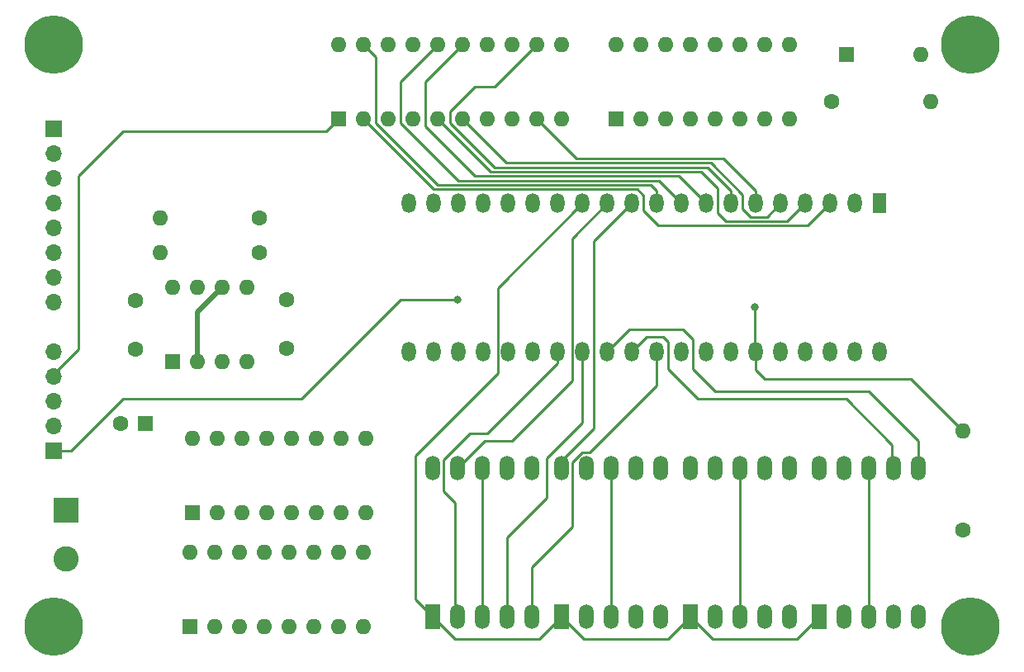
<source format=gbr>
%TF.GenerationSoftware,KiCad,Pcbnew,(5.1.9-0-10_14)*%
%TF.CreationDate,2021-06-28T20:13:29-04:00*%
%TF.ProjectId,DISPLAY,44495350-4c41-4592-9e6b-696361645f70,rev?*%
%TF.SameCoordinates,Original*%
%TF.FileFunction,Copper,L2,Inr*%
%TF.FilePolarity,Positive*%
%FSLAX46Y46*%
G04 Gerber Fmt 4.6, Leading zero omitted, Abs format (unit mm)*
G04 Created by KiCad (PCBNEW (5.1.9-0-10_14)) date 2021-06-28 20:13:29*
%MOMM*%
%LPD*%
G01*
G04 APERTURE LIST*
%TA.AperFunction,ComponentPad*%
%ADD10O,1.600000X1.600000*%
%TD*%
%TA.AperFunction,ComponentPad*%
%ADD11C,1.600000*%
%TD*%
%TA.AperFunction,ComponentPad*%
%ADD12O,1.700000X1.700000*%
%TD*%
%TA.AperFunction,ComponentPad*%
%ADD13R,1.700000X1.700000*%
%TD*%
%TA.AperFunction,ComponentPad*%
%ADD14R,1.600000X1.600000*%
%TD*%
%TA.AperFunction,ComponentPad*%
%ADD15C,0.800000*%
%TD*%
%TA.AperFunction,ComponentPad*%
%ADD16C,6.000000*%
%TD*%
%TA.AperFunction,ComponentPad*%
%ADD17O,1.440000X2.000000*%
%TD*%
%TA.AperFunction,ComponentPad*%
%ADD18R,1.440000X2.000000*%
%TD*%
%TA.AperFunction,ComponentPad*%
%ADD19R,1.524000X2.524000*%
%TD*%
%TA.AperFunction,ComponentPad*%
%ADD20O,1.524000X2.524000*%
%TD*%
%TA.AperFunction,ComponentPad*%
%ADD21C,2.600000*%
%TD*%
%TA.AperFunction,ComponentPad*%
%ADD22R,2.600000X2.600000*%
%TD*%
%TA.AperFunction,ViaPad*%
%ADD23C,0.800000*%
%TD*%
%TA.AperFunction,Conductor*%
%ADD24C,0.500000*%
%TD*%
%TA.AperFunction,Conductor*%
%ADD25C,0.250000*%
%TD*%
G04 APERTURE END LIST*
D10*
%TO.N,HEX*%
%TO.C,R2*%
X180086000Y-50800000D03*
D11*
%TO.N,GND*%
X180086000Y-60960000D03*
%TD*%
D12*
%TO.N,SIGNED*%
%TO.C,J3*%
X86868000Y-42672000D03*
%TO.N,RST*%
X86868000Y-45212000D03*
%TO.N,CLOCK*%
X86868000Y-47752000D03*
%TO.N,OI*%
X86868000Y-50292000D03*
D13*
%TO.N,HEX*%
X86868000Y-52832000D03*
%TD*%
D10*
%TO.N,SIGNED*%
%TO.C,SW1*%
X175768000Y-12192000D03*
D14*
%TO.N,VCC*%
X168148000Y-12192000D03*
%TD*%
D10*
%TO.N,SIGNED*%
%TO.C,R1*%
X176784000Y-17018000D03*
D11*
%TO.N,GND*%
X166624000Y-17018000D03*
%TD*%
%TO.N,GND*%
%TO.C,C16*%
X93766000Y-50038000D03*
D14*
%TO.N,VCC*%
X96266000Y-50038000D03*
%TD*%
D15*
%TO.N,N/C*%
%TO.C,REF\u002A\u002A*%
X88458990Y-9585010D03*
X86868000Y-8926000D03*
X85277010Y-9585010D03*
X84618000Y-11176000D03*
X85277010Y-12766990D03*
X86868000Y-13426000D03*
X88458990Y-12766990D03*
X89118000Y-11176000D03*
D16*
X86868000Y-11176000D03*
%TD*%
%TO.N,N/C*%
%TO.C,REF\u002A\u002A*%
X86868000Y-70866000D03*
D15*
X89118000Y-70866000D03*
X88458990Y-72456990D03*
X86868000Y-73116000D03*
X85277010Y-72456990D03*
X84618000Y-70866000D03*
X85277010Y-69275010D03*
X86868000Y-68616000D03*
X88458990Y-69275010D03*
%TD*%
D16*
%TO.N,N/C*%
%TO.C,REF\u002A\u002A*%
X180848000Y-11176000D03*
D15*
X183098000Y-11176000D03*
X182438990Y-12766990D03*
X180848000Y-13426000D03*
X179257010Y-12766990D03*
X178598000Y-11176000D03*
X179257010Y-9585010D03*
X180848000Y-8926000D03*
X182438990Y-9585010D03*
%TD*%
%TO.N,N/C*%
%TO.C,REF\u002A\u002A*%
X182438990Y-69275010D03*
X180848000Y-68616000D03*
X179257010Y-69275010D03*
X178598000Y-70866000D03*
X179257010Y-72456990D03*
X180848000Y-73116000D03*
X182438990Y-72456990D03*
X183098000Y-70866000D03*
D16*
X180848000Y-70866000D03*
%TD*%
D10*
%TO.N,VCC*%
%TO.C,U4332*%
X100838000Y-63246000D03*
%TO.N,GND*%
X118618000Y-70866000D03*
%TO.N,N/C*%
X103378000Y-63246000D03*
%TO.N,SIGN_DISPLAY*%
X116078000Y-70866000D03*
%TO.N,N/C*%
X105918000Y-63246000D03*
%TO.N,100_DISPLAY*%
X113538000Y-70866000D03*
%TO.N,N/C*%
X108458000Y-63246000D03*
%TO.N,10_DISPLAY*%
X110998000Y-70866000D03*
%TO.N,N/C*%
X110998000Y-63246000D03*
%TO.N,1_DISPLAY*%
X108458000Y-70866000D03*
%TO.N,N/C*%
X113538000Y-63246000D03*
%TO.N,A1*%
X105918000Y-70866000D03*
%TO.N,N/C*%
X116078000Y-63246000D03*
%TO.N,A0*%
X103378000Y-70866000D03*
%TO.N,N/C*%
X118618000Y-63246000D03*
D14*
%TO.N,GND*%
X100838000Y-70866000D03*
%TD*%
D10*
%TO.N,VCC*%
%TO.C,U2444*%
X101092000Y-51562000D03*
X118872000Y-59182000D03*
%TO.N,Net-(U2444-Pad15)*%
X103632000Y-51562000D03*
%TO.N,VCC*%
X116332000Y-59182000D03*
%TO.N,A0*%
X106172000Y-51562000D03*
X113792000Y-59182000D03*
%TO.N,GND*%
X108712000Y-51562000D03*
%TO.N,VCC*%
X111252000Y-59182000D03*
X111252000Y-51562000D03*
X108712000Y-59182000D03*
%TO.N,Net-(U2444-Pad11)*%
X113792000Y-51562000D03*
%TO.N,VCC*%
X106172000Y-59182000D03*
%TO.N,A1*%
X116332000Y-51562000D03*
%TO.N,VCC*%
X103632000Y-59182000D03*
X118872000Y-51562000D03*
D14*
%TO.N,RATE*%
X101092000Y-59182000D03*
%TD*%
D10*
%TO.N,VCC*%
%TO.C,U1555*%
X99060000Y-36068000D03*
%TO.N,Net-(U1555-Pad4)*%
X106680000Y-43688000D03*
%TO.N,Net-(R1452-Pad1)*%
X101600000Y-36068000D03*
%TO.N,RATE*%
X104140000Y-43688000D03*
%TO.N,Net-(C133-Pad2)*%
X104140000Y-36068000D03*
X101600000Y-43688000D03*
%TO.N,Net-(C233-Pad1)*%
X106680000Y-36068000D03*
D14*
%TO.N,GND*%
X99060000Y-43688000D03*
%TD*%
D17*
%TO.N,*%
%TO.C,U9*%
X123291600Y-42672000D03*
X123291600Y-27432000D03*
X125831600Y-42672000D03*
X125831600Y-27432000D03*
X128371600Y-42672000D03*
X128371600Y-27432000D03*
X130911600Y-42672000D03*
X130911600Y-27432000D03*
X133451600Y-42672000D03*
X133451600Y-27432000D03*
X135991600Y-42672000D03*
X135991600Y-27432000D03*
%TO.N,D_SEG*%
X138531600Y-42672000D03*
%TO.N,GND*%
X138531600Y-27432000D03*
%TO.N,C_SEG*%
X141071600Y-42672000D03*
%TO.N,E_SEG*%
X141071600Y-27432000D03*
%TO.N,B_SEG*%
X143611600Y-42672000D03*
%TO.N,F_SEG*%
X143611600Y-27432000D03*
%TO.N,A_SEG*%
X146151600Y-42672000D03*
%TO.N,G_SEG*%
X146151600Y-27432000D03*
%TO.N,DP_SEG*%
X148691600Y-42672000D03*
%TO.N,Net-(U3-Pad19)*%
X148691600Y-27432000D03*
%TO.N,GND*%
X151231600Y-42672000D03*
%TO.N,Net-(U3-Pad16)*%
X151231600Y-27432000D03*
%TO.N,SIGNED*%
X153771600Y-42672000D03*
%TO.N,Net-(U3-Pad15)*%
X153771600Y-27432000D03*
%TO.N,GND*%
X156311600Y-42672000D03*
%TO.N,Net-(U3-Pad12)*%
X156311600Y-27432000D03*
%TO.N,HEX*%
X158851600Y-42672000D03*
%TO.N,Net-(U3-Pad9)*%
X158851600Y-27432000D03*
%TO.N,A1*%
X161391600Y-42672000D03*
%TO.N,Net-(U3-Pad6)*%
X161391600Y-27432000D03*
%TO.N,A0*%
X163931600Y-42672000D03*
%TO.N,Net-(U3-Pad5)*%
X163931600Y-27432000D03*
%TO.N,GND*%
X166471600Y-42672000D03*
%TO.N,Net-(U3-Pad2)*%
X166471600Y-27432000D03*
%TO.N,VCC*%
X169011600Y-42672000D03*
%TO.N,GND*%
X169011600Y-27432000D03*
%TO.N,VCC*%
X171551600Y-42672000D03*
D18*
%TO.N,GND*%
X171551600Y-27432000D03*
%TD*%
D19*
%TO.N,E_SEG*%
%TO.C,U6*%
X165354000Y-69850000D03*
D20*
%TO.N,D_SEG*%
X167894000Y-69850000D03*
%TO.N,1_DISPLAY*%
X170434000Y-69850000D03*
%TO.N,C_SEG*%
X172974000Y-69850000D03*
%TO.N,DP_SEG*%
X175514000Y-69850000D03*
%TO.N,B_SEG*%
X175514000Y-54610000D03*
%TO.N,A_SEG*%
X172974000Y-54610000D03*
%TO.N,1_DISPLAY*%
X170434000Y-54610000D03*
%TO.N,F_SEG*%
X167894000Y-54610000D03*
%TO.N,G_SEG*%
X165354000Y-54610000D03*
%TD*%
D19*
%TO.N,E_SEG*%
%TO.C,U5*%
X152146000Y-69850000D03*
D20*
%TO.N,D_SEG*%
X154686000Y-69850000D03*
%TO.N,10_DISPLAY*%
X157226000Y-69850000D03*
%TO.N,C_SEG*%
X159766000Y-69850000D03*
%TO.N,DP_SEG*%
X162306000Y-69850000D03*
%TO.N,B_SEG*%
X162306000Y-54610000D03*
%TO.N,A_SEG*%
X159766000Y-54610000D03*
%TO.N,10_DISPLAY*%
X157226000Y-54610000D03*
%TO.N,F_SEG*%
X154686000Y-54610000D03*
%TO.N,G_SEG*%
X152146000Y-54610000D03*
%TD*%
D19*
%TO.N,E_SEG*%
%TO.C,U4*%
X138938000Y-69850000D03*
D20*
%TO.N,D_SEG*%
X141478000Y-69850000D03*
%TO.N,100_DISPLAY*%
X144018000Y-69850000D03*
%TO.N,C_SEG*%
X146558000Y-69850000D03*
%TO.N,DP_SEG*%
X149098000Y-69850000D03*
%TO.N,B_SEG*%
X149098000Y-54610000D03*
%TO.N,A_SEG*%
X146558000Y-54610000D03*
%TO.N,100_DISPLAY*%
X144018000Y-54610000D03*
%TO.N,F_SEG*%
X141478000Y-54610000D03*
%TO.N,G_SEG*%
X138938000Y-54610000D03*
%TD*%
D10*
%TO.N,VCC*%
%TO.C,U3*%
X116078000Y-11176000D03*
%TO.N,GND*%
X138938000Y-18796000D03*
%TO.N,Net-(U3-Pad19)*%
X118618000Y-11176000D03*
%TO.N,Net-(U3-Pad9)*%
X136398000Y-18796000D03*
%TO.N,BUS0*%
X121158000Y-11176000D03*
%TO.N,BUS4*%
X133858000Y-18796000D03*
%TO.N,BUS1*%
X123698000Y-11176000D03*
%TO.N,BUS5*%
X131318000Y-18796000D03*
%TO.N,Net-(U3-Pad16)*%
X126238000Y-11176000D03*
%TO.N,Net-(U3-Pad6)*%
X128778000Y-18796000D03*
%TO.N,Net-(U3-Pad15)*%
X128778000Y-11176000D03*
%TO.N,Net-(U3-Pad5)*%
X126238000Y-18796000D03*
%TO.N,BUS2*%
X131318000Y-11176000D03*
%TO.N,BUS6*%
X123698000Y-18796000D03*
%TO.N,BUS3*%
X133858000Y-11176000D03*
%TO.N,BUS7*%
X121158000Y-18796000D03*
%TO.N,Net-(U3-Pad12)*%
X136398000Y-11176000D03*
%TO.N,Net-(U3-Pad2)*%
X118618000Y-18796000D03*
%TO.N,Net-(U2-Pad3)*%
X138938000Y-11176000D03*
D14*
%TO.N,RST*%
X116078000Y-18796000D03*
%TD*%
D10*
%TO.N,N/C*%
%TO.C,U2*%
X144526000Y-11176000D03*
X162306000Y-18796000D03*
X147066000Y-11176000D03*
%TO.N,GND*%
X159766000Y-18796000D03*
%TO.N,VCC*%
X149606000Y-11176000D03*
%TO.N,N/C*%
X157226000Y-18796000D03*
X152146000Y-11176000D03*
X154686000Y-18796000D03*
X154686000Y-11176000D03*
X152146000Y-18796000D03*
X157226000Y-11176000D03*
%TO.N,Net-(U2-Pad3)*%
X149606000Y-18796000D03*
%TO.N,N/C*%
X159766000Y-11176000D03*
%TO.N,CLOCK*%
X147066000Y-18796000D03*
%TO.N,N/C*%
X162306000Y-11176000D03*
D14*
%TO.N,OI*%
X144526000Y-18796000D03*
%TD*%
D19*
%TO.N,E_SEG*%
%TO.C,U1*%
X125730000Y-69850000D03*
D20*
%TO.N,D_SEG*%
X128270000Y-69850000D03*
%TO.N,SIGN_DISPLAY*%
X130810000Y-69850000D03*
%TO.N,C_SEG*%
X133350000Y-69850000D03*
%TO.N,DP_SEG*%
X135890000Y-69850000D03*
%TO.N,B_SEG*%
X135890000Y-54610000D03*
%TO.N,A_SEG*%
X133350000Y-54610000D03*
%TO.N,SIGN_DISPLAY*%
X130810000Y-54610000D03*
%TO.N,F_SEG*%
X128270000Y-54610000D03*
%TO.N,G_SEG*%
X125730000Y-54610000D03*
%TD*%
D10*
%TO.N,VCC*%
%TO.C,R2123*%
X97790000Y-32512000D03*
D11*
%TO.N,Net-(R1452-Pad1)*%
X107950000Y-32512000D03*
%TD*%
D10*
%TO.N,Net-(C133-Pad2)*%
%TO.C,R1452*%
X97790000Y-28956000D03*
D11*
%TO.N,Net-(R1452-Pad1)*%
X107950000Y-28956000D03*
%TD*%
D12*
%TO.N,BUS0*%
%TO.C,J2*%
X86868000Y-37592000D03*
%TO.N,BUS1*%
X86868000Y-35052000D03*
%TO.N,BUS2*%
X86868000Y-32512000D03*
%TO.N,BUS3*%
X86868000Y-29972000D03*
%TO.N,BUS4*%
X86868000Y-27432000D03*
%TO.N,BUS5*%
X86868000Y-24892000D03*
%TO.N,BUS6*%
X86868000Y-22352000D03*
D13*
%TO.N,BUS7*%
X86868000Y-19812000D03*
%TD*%
D21*
%TO.N,GND*%
%TO.C,J1*%
X88138000Y-63928000D03*
D22*
%TO.N,VCC*%
X88138000Y-58928000D03*
%TD*%
D11*
%TO.N,GND*%
%TO.C,C233*%
X110744000Y-42338000D03*
%TO.N,Net-(C233-Pad1)*%
X110744000Y-37338000D03*
%TD*%
%TO.N,Net-(C133-Pad2)*%
%TO.C,C133*%
X95250000Y-37418000D03*
%TO.N,GND*%
X95250000Y-42418000D03*
%TD*%
D23*
%TO.N,HEX*%
X128270000Y-37338000D03*
X158750000Y-38100000D03*
%TD*%
D24*
%TO.N,Net-(C133-Pad2)*%
X104140000Y-36068000D02*
X101600000Y-38608000D01*
X101600000Y-38608000D02*
X101600000Y-43688000D01*
D25*
%TO.N,Net-(U3-Pad5)*%
X131652033Y-24210033D02*
X153242033Y-24210033D01*
X155759989Y-29267989D02*
X162095611Y-29267989D01*
X154940000Y-25908000D02*
X154940000Y-28448000D01*
X153242033Y-24210033D02*
X154940000Y-25908000D01*
X154940000Y-28448000D02*
X155759989Y-29267989D01*
X162095611Y-29267989D02*
X163931600Y-27432000D01*
X126238000Y-18796000D02*
X131652033Y-24210033D01*
%TO.N,RST*%
X93980000Y-20066000D02*
X89408000Y-24638000D01*
X89408000Y-24638000D02*
X89408000Y-42418000D01*
X114808000Y-20066000D02*
X93980000Y-20066000D01*
X89408000Y-42418000D02*
X86868000Y-44958000D01*
X116078000Y-18796000D02*
X114808000Y-20066000D01*
%TO.N,E_SEG*%
X125730000Y-69850000D02*
X125730000Y-69342000D01*
X138938000Y-69850000D02*
X138938000Y-69596000D01*
X128016000Y-72136000D02*
X125730000Y-69850000D01*
X136652000Y-72136000D02*
X128016000Y-72136000D01*
X138938000Y-69850000D02*
X136652000Y-72136000D01*
X149860000Y-72136000D02*
X141224000Y-72136000D01*
X141224000Y-72136000D02*
X138938000Y-69850000D01*
X152146000Y-69850000D02*
X149860000Y-72136000D01*
X154432000Y-72136000D02*
X152146000Y-69850000D01*
X163068000Y-72136000D02*
X154432000Y-72136000D01*
X165354000Y-69850000D02*
X163068000Y-72136000D01*
X132406590Y-44885410D02*
X123952000Y-53340000D01*
X123952000Y-68072000D02*
X125730000Y-69850000D01*
X123952000Y-53340000D02*
X123952000Y-68072000D01*
X132406590Y-36097010D02*
X132406590Y-44885410D01*
X141071600Y-27432000D02*
X132406590Y-36097010D01*
%TO.N,D_SEG*%
X138531600Y-42672000D02*
X138531600Y-42316400D01*
X126817010Y-53776990D02*
X126817010Y-56967010D01*
X129540000Y-51054000D02*
X126817010Y-53776990D01*
X126817010Y-56967010D02*
X128016000Y-58166000D01*
X128016000Y-69596000D02*
X128270000Y-69850000D01*
X128016000Y-58166000D02*
X128016000Y-69596000D01*
X138531600Y-42672000D02*
X138531600Y-43840400D01*
X131318000Y-51054000D02*
X129540000Y-51054000D01*
X138531600Y-43840400D02*
X131318000Y-51054000D01*
%TO.N,SIGN_DISPLAY*%
X130810000Y-54610000D02*
X130810000Y-69850000D01*
%TO.N,C_SEG*%
X141071600Y-42672000D02*
X141071600Y-49936400D01*
X141071600Y-49936400D02*
X137414000Y-53594000D01*
X137414000Y-53594000D02*
X137414000Y-57658000D01*
X133350000Y-61722000D02*
X133350000Y-69850000D01*
X137414000Y-57658000D02*
X133350000Y-61722000D01*
%TO.N,B_SEG*%
X175514000Y-51816000D02*
X175514000Y-54610000D01*
X170434000Y-46736000D02*
X175514000Y-51816000D01*
X151384000Y-40386000D02*
X152400000Y-41402000D01*
X145897600Y-40386000D02*
X151384000Y-40386000D01*
X152400000Y-44450000D02*
X154686000Y-46736000D01*
X152400000Y-41402000D02*
X152400000Y-44450000D01*
X154686000Y-46736000D02*
X170434000Y-46736000D01*
X143611600Y-42672000D02*
X145897600Y-40386000D01*
%TO.N,A_SEG*%
X146151600Y-42672000D02*
X146151600Y-42316400D01*
X172841733Y-54477733D02*
X172974000Y-54610000D01*
X172841733Y-52191733D02*
X172841733Y-54477733D01*
X152908000Y-47498000D02*
X168148000Y-47498000D01*
X168148000Y-47498000D02*
X172841733Y-52191733D01*
X149352000Y-41148000D02*
X149860000Y-41656000D01*
X149860000Y-44450000D02*
X152908000Y-47498000D01*
X149860000Y-41656000D02*
X149860000Y-44450000D01*
X147675600Y-41148000D02*
X149352000Y-41148000D01*
X146151600Y-42672000D02*
X147675600Y-41148000D01*
%TO.N,F_SEG*%
X143611600Y-27432000D02*
X143611600Y-27787600D01*
X140026590Y-31017010D02*
X140026590Y-45647410D01*
X143611600Y-27432000D02*
X140026590Y-31017010D01*
X140026590Y-45647410D02*
X133858000Y-51816000D01*
X131064000Y-51816000D02*
X128270000Y-54610000D01*
X133858000Y-51816000D02*
X131064000Y-51816000D01*
%TO.N,G_SEG*%
X146050000Y-27533600D02*
X146050000Y-28194000D01*
X146151600Y-27432000D02*
X146050000Y-27533600D01*
X138938000Y-53848000D02*
X138938000Y-54610000D01*
X142240000Y-50546000D02*
X138938000Y-53848000D01*
X142240000Y-31343600D02*
X142240000Y-50546000D01*
X146151600Y-27432000D02*
X142240000Y-31343600D01*
%TO.N,Net-(U3-Pad19)*%
X119888000Y-12446000D02*
X118618000Y-11176000D01*
X119888000Y-19191002D02*
X119888000Y-12446000D01*
X126257064Y-25560066D02*
X119888000Y-19191002D01*
X148069666Y-25560066D02*
X126257064Y-25560066D01*
X148691600Y-26182000D02*
X148069666Y-25560066D01*
X148691600Y-27432000D02*
X148691600Y-26182000D01*
%TO.N,Net-(U3-Pad9)*%
X158851600Y-26182000D02*
X155529600Y-22860000D01*
X155529600Y-22860000D02*
X140462000Y-22860000D01*
X140462000Y-22860000D02*
X136398000Y-18796000D01*
X158851600Y-27432000D02*
X158851600Y-26182000D01*
%TO.N,Net-(U3-Pad16)*%
X122428000Y-14986000D02*
X126238000Y-11176000D01*
X122428000Y-19191002D02*
X122428000Y-14986000D01*
X148909655Y-25110055D02*
X128347053Y-25110055D01*
X128347053Y-25110055D02*
X122428000Y-19191002D01*
X151231600Y-27432000D02*
X148909655Y-25110055D01*
%TO.N,Net-(U3-Pad6)*%
X158291845Y-28817978D02*
X157480000Y-28006133D01*
X161391600Y-27432000D02*
X160005622Y-28817978D01*
X160005622Y-28817978D02*
X158291845Y-28817978D01*
X157480000Y-26541589D02*
X154248422Y-23310011D01*
X154248422Y-23310011D02*
X133292011Y-23310011D01*
X133292011Y-23310011D02*
X128778000Y-18796000D01*
X157480000Y-28006133D02*
X157480000Y-26541589D01*
%TO.N,Net-(U3-Pad15)*%
X150999644Y-24660044D02*
X130070044Y-24660044D01*
X124968000Y-14986000D02*
X128778000Y-11176000D01*
X124968000Y-19558000D02*
X124968000Y-14986000D01*
X130070044Y-24660044D02*
X124968000Y-19558000D01*
X153771600Y-27432000D02*
X150999644Y-24660044D01*
%TO.N,Net-(U3-Pad12)*%
X127508000Y-18034000D02*
X130048000Y-15494000D01*
X132077020Y-23760022D02*
X127508000Y-19191002D01*
X127508000Y-19191002D02*
X127508000Y-18034000D01*
X156311600Y-26182000D02*
X153889622Y-23760022D01*
X130048000Y-15494000D02*
X132080000Y-15494000D01*
X153889622Y-23760022D02*
X132077020Y-23760022D01*
X132080000Y-15494000D02*
X136398000Y-11176000D01*
X156311600Y-27432000D02*
X156311600Y-26182000D01*
%TO.N,Net-(U3-Pad2)*%
X146700810Y-26010077D02*
X125832077Y-26010077D01*
X148844000Y-29718000D02*
X147320000Y-28194000D01*
X166471600Y-27432000D02*
X164185600Y-29718000D01*
X125832077Y-26010077D02*
X118618000Y-18796000D01*
X147320000Y-26629267D02*
X146700810Y-26010077D01*
X147320000Y-28194000D02*
X147320000Y-26629267D01*
X164185600Y-29718000D02*
X148844000Y-29718000D01*
%TO.N,100_DISPLAY*%
X144018000Y-69850000D02*
X144018000Y-54610000D01*
%TO.N,10_DISPLAY*%
X157226000Y-54610000D02*
X157226000Y-69850000D01*
%TO.N,1_DISPLAY*%
X170434000Y-54610000D02*
X170434000Y-69850000D01*
%TO.N,DP_SEG*%
X141795010Y-53022990D02*
X148691600Y-46126400D01*
X148691600Y-46126400D02*
X148691600Y-42672000D01*
X141027746Y-53022990D02*
X141795010Y-53022990D01*
X140025010Y-54025726D02*
X141027746Y-53022990D01*
X140025010Y-60634990D02*
X140025010Y-54025726D01*
X135890000Y-64770000D02*
X140025010Y-60634990D01*
X135890000Y-69850000D02*
X135890000Y-64770000D01*
%TO.N,HEX*%
X86868000Y-52832000D02*
X88646000Y-52832000D01*
X88646000Y-52832000D02*
X93980000Y-47498000D01*
X93980000Y-47498000D02*
X112268000Y-47498000D01*
X112268000Y-47498000D02*
X122428000Y-37338000D01*
X122428000Y-37338000D02*
X128270000Y-37338000D01*
X158750000Y-42570400D02*
X158851600Y-42672000D01*
X158750000Y-38100000D02*
X158750000Y-42570400D01*
X158851600Y-44551600D02*
X158851600Y-42672000D01*
X159766000Y-45466000D02*
X158851600Y-44551600D01*
X174752000Y-45466000D02*
X159766000Y-45466000D01*
X180086000Y-50800000D02*
X174752000Y-45466000D01*
%TD*%
M02*

</source>
